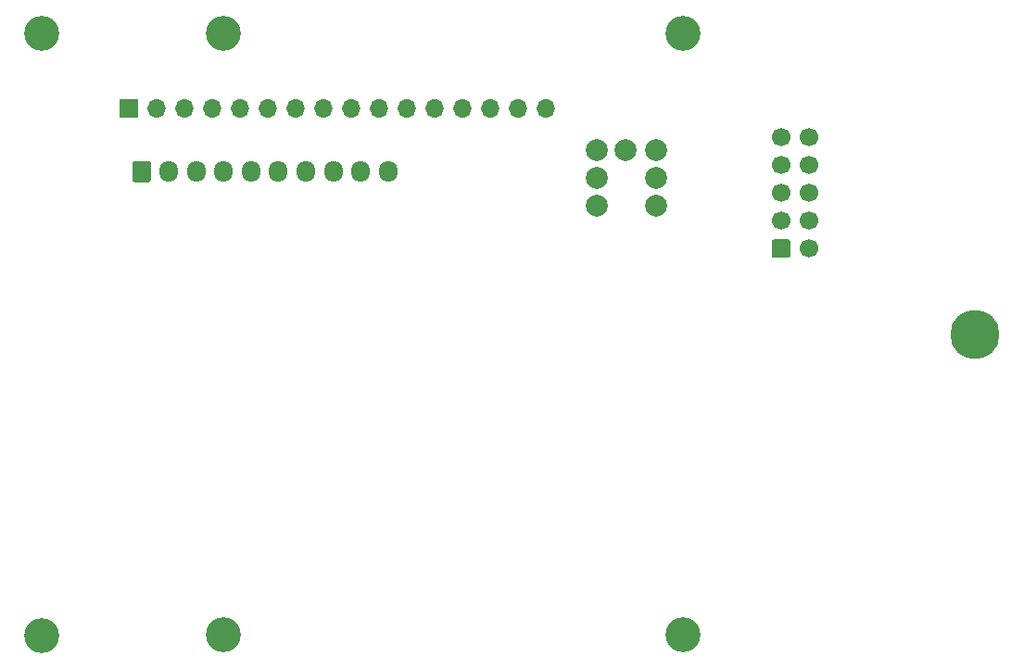
<source format=gbs>
G04 #@! TF.GenerationSoftware,KiCad,Pcbnew,(5.1.0)-1*
G04 #@! TF.CreationDate,2022-08-09T13:46:42+10:00*
G04 #@! TF.ProjectId,mainPCB_v0.9-br2,6d61696e-5043-4425-9f76-302e392d6272,rev?*
G04 #@! TF.SameCoordinates,Original*
G04 #@! TF.FileFunction,Soldermask,Bot*
G04 #@! TF.FilePolarity,Negative*
%FSLAX46Y46*%
G04 Gerber Fmt 4.6, Leading zero omitted, Abs format (unit mm)*
G04 Created by KiCad (PCBNEW (5.1.0)-1) date 2022-08-09 13:46:42*
%MOMM*%
%LPD*%
G04 APERTURE LIST*
%ADD10C,4.500000*%
%ADD11C,1.700000*%
%ADD12C,0.100000*%
%ADD13O,1.700000X1.950000*%
%ADD14C,2.000000*%
%ADD15C,3.200000*%
%ADD16R,1.700000X1.700000*%
%ADD17O,1.700000X1.700000*%
G04 APERTURE END LIST*
D10*
X155722000Y-67543000D03*
D11*
X140525500Y-49530000D03*
X140525500Y-52070000D03*
X140525500Y-54610000D03*
X140525500Y-57150000D03*
X140525500Y-59690000D03*
X137985500Y-49530000D03*
X137985500Y-52070000D03*
X137985500Y-54610000D03*
X137985500Y-57150000D03*
D12*
G36*
X138610004Y-58841204D02*
G01*
X138634273Y-58844804D01*
X138658071Y-58850765D01*
X138681171Y-58859030D01*
X138703349Y-58869520D01*
X138724393Y-58882133D01*
X138744098Y-58896747D01*
X138762277Y-58913223D01*
X138778753Y-58931402D01*
X138793367Y-58951107D01*
X138805980Y-58972151D01*
X138816470Y-58994329D01*
X138824735Y-59017429D01*
X138830696Y-59041227D01*
X138834296Y-59065496D01*
X138835500Y-59090000D01*
X138835500Y-60290000D01*
X138834296Y-60314504D01*
X138830696Y-60338773D01*
X138824735Y-60362571D01*
X138816470Y-60385671D01*
X138805980Y-60407849D01*
X138793367Y-60428893D01*
X138778753Y-60448598D01*
X138762277Y-60466777D01*
X138744098Y-60483253D01*
X138724393Y-60497867D01*
X138703349Y-60510480D01*
X138681171Y-60520970D01*
X138658071Y-60529235D01*
X138634273Y-60535196D01*
X138610004Y-60538796D01*
X138585500Y-60540000D01*
X137385500Y-60540000D01*
X137360996Y-60538796D01*
X137336727Y-60535196D01*
X137312929Y-60529235D01*
X137289829Y-60520970D01*
X137267651Y-60510480D01*
X137246607Y-60497867D01*
X137226902Y-60483253D01*
X137208723Y-60466777D01*
X137192247Y-60448598D01*
X137177633Y-60428893D01*
X137165020Y-60407849D01*
X137154530Y-60385671D01*
X137146265Y-60362571D01*
X137140304Y-60338773D01*
X137136704Y-60314504D01*
X137135500Y-60290000D01*
X137135500Y-59090000D01*
X137136704Y-59065496D01*
X137140304Y-59041227D01*
X137146265Y-59017429D01*
X137154530Y-58994329D01*
X137165020Y-58972151D01*
X137177633Y-58951107D01*
X137192247Y-58931402D01*
X137208723Y-58913223D01*
X137226902Y-58896747D01*
X137246607Y-58882133D01*
X137267651Y-58869520D01*
X137289829Y-58859030D01*
X137312929Y-58850765D01*
X137336727Y-58844804D01*
X137360996Y-58841204D01*
X137385500Y-58840000D01*
X138585500Y-58840000D01*
X138610004Y-58841204D01*
X138610004Y-58841204D01*
G37*
D11*
X137985500Y-59690000D03*
D12*
G36*
X80190004Y-51667704D02*
G01*
X80214273Y-51671304D01*
X80238071Y-51677265D01*
X80261171Y-51685530D01*
X80283349Y-51696020D01*
X80304393Y-51708633D01*
X80324098Y-51723247D01*
X80342277Y-51739723D01*
X80358753Y-51757902D01*
X80373367Y-51777607D01*
X80385980Y-51798651D01*
X80396470Y-51820829D01*
X80404735Y-51843929D01*
X80410696Y-51867727D01*
X80414296Y-51891996D01*
X80415500Y-51916500D01*
X80415500Y-53366500D01*
X80414296Y-53391004D01*
X80410696Y-53415273D01*
X80404735Y-53439071D01*
X80396470Y-53462171D01*
X80385980Y-53484349D01*
X80373367Y-53505393D01*
X80358753Y-53525098D01*
X80342277Y-53543277D01*
X80324098Y-53559753D01*
X80304393Y-53574367D01*
X80283349Y-53586980D01*
X80261171Y-53597470D01*
X80238071Y-53605735D01*
X80214273Y-53611696D01*
X80190004Y-53615296D01*
X80165500Y-53616500D01*
X78965500Y-53616500D01*
X78940996Y-53615296D01*
X78916727Y-53611696D01*
X78892929Y-53605735D01*
X78869829Y-53597470D01*
X78847651Y-53586980D01*
X78826607Y-53574367D01*
X78806902Y-53559753D01*
X78788723Y-53543277D01*
X78772247Y-53525098D01*
X78757633Y-53505393D01*
X78745020Y-53484349D01*
X78734530Y-53462171D01*
X78726265Y-53439071D01*
X78720304Y-53415273D01*
X78716704Y-53391004D01*
X78715500Y-53366500D01*
X78715500Y-51916500D01*
X78716704Y-51891996D01*
X78720304Y-51867727D01*
X78726265Y-51843929D01*
X78734530Y-51820829D01*
X78745020Y-51798651D01*
X78757633Y-51777607D01*
X78772247Y-51757902D01*
X78788723Y-51739723D01*
X78806902Y-51723247D01*
X78826607Y-51708633D01*
X78847651Y-51696020D01*
X78869829Y-51685530D01*
X78892929Y-51677265D01*
X78916727Y-51671304D01*
X78940996Y-51667704D01*
X78965500Y-51666500D01*
X80165500Y-51666500D01*
X80190004Y-51667704D01*
X80190004Y-51667704D01*
G37*
D11*
X79565500Y-52641500D03*
D13*
X82065500Y-52641500D03*
X84565500Y-52641500D03*
X87065500Y-52641500D03*
X89565500Y-52641500D03*
X92065500Y-52641500D03*
X94565500Y-52641500D03*
X97065500Y-52641500D03*
X99565500Y-52641500D03*
X102065500Y-52641500D03*
D14*
X121158000Y-50673000D03*
X126558000Y-50673000D03*
X126558000Y-55753000D03*
X121158000Y-55753000D03*
X121158000Y-53213000D03*
X126558000Y-53213000D03*
X123758000Y-50673000D03*
D15*
X70454000Y-95043000D03*
X70454000Y-40043000D03*
D16*
X78422500Y-46863000D03*
D17*
X80962500Y-46863000D03*
X83502500Y-46863000D03*
X86042500Y-46863000D03*
X88582500Y-46863000D03*
X91122500Y-46863000D03*
X93662500Y-46863000D03*
X96202500Y-46863000D03*
X98742500Y-46863000D03*
X101282500Y-46863000D03*
X103822500Y-46863000D03*
X106362500Y-46863000D03*
X108902500Y-46863000D03*
X111442500Y-46863000D03*
X113982500Y-46863000D03*
X116522500Y-46863000D03*
D15*
X87000000Y-40000000D03*
X87000000Y-95000000D03*
X129000000Y-40000000D03*
X129000000Y-95000000D03*
M02*

</source>
